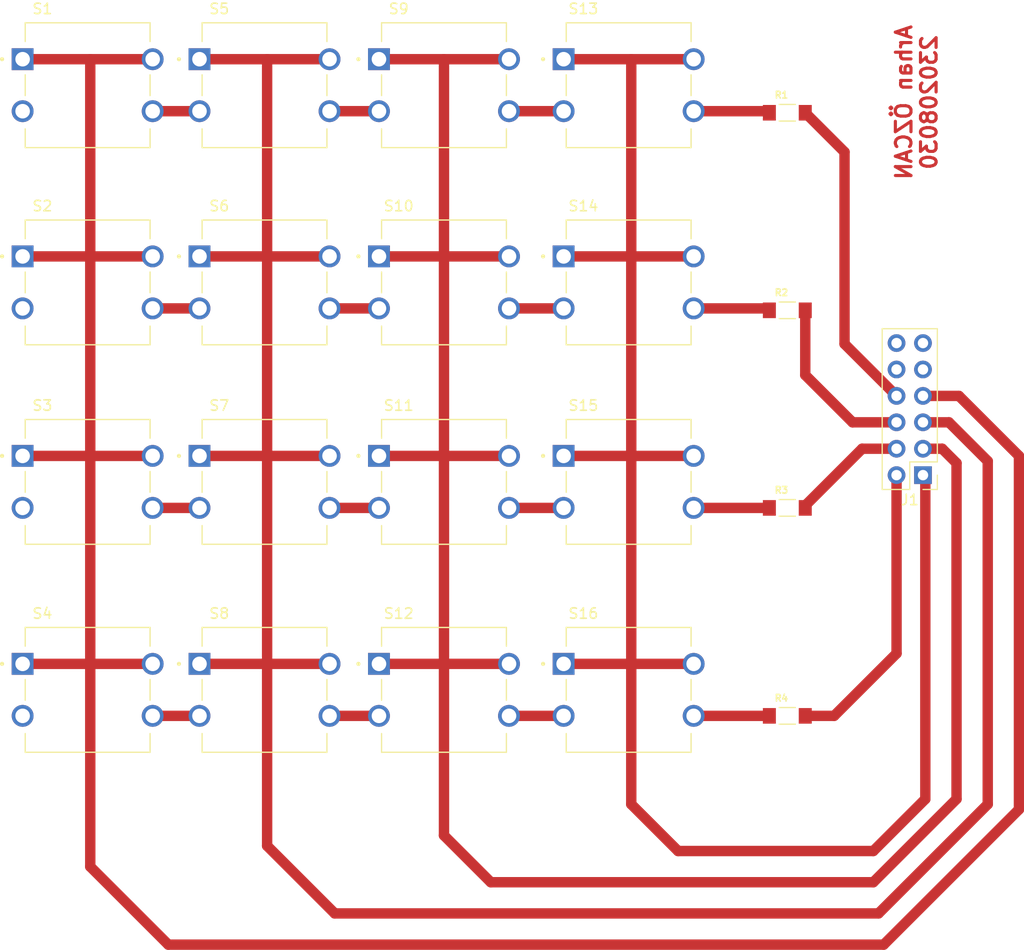
<source format=kicad_pcb>
(kicad_pcb (version 20241229) (generator "pcbnew") (generator_version "9.0")
  (layers (0 "F.Cu" signal) (2 "B.Cu" signal) (13 "F.Paste" user) (15 "B.Paste" user) (5 "F.SilkS" user "F.Silkscreen") (7 "B.SilkS" user "B.Silkscreen") (1 "F.Mask" user) (3 "B.Mask" user) (25 "Edge.Cuts" user))
  (net 0 "")
  (net 1 "Net-(J1-Pin_6)")
  (net 2 "Net-(J1-Pin_5)")
  (net 3 "Net-(J1-Pin_7)")
  (net 4 "Net-(J1-Pin_8)")
  (net 5 "Net-(R1-Pad1)")
  (net 6 "Net-(R2-Pad1)")
  (net 7 "Net-(R3-Pad1)")
  (net 8 "Net-(R4-Pad1)")
  (net 10 "Net-(J1-Pin_4)")
  (net 14 "Net-(J1-Pin_3)")
  (net 15 "Net-(J1-Pin_1)")
  (net 16 "Net-(J1-Pin_2)")
  (footprint "TL1100F160Q-kicad_modv6:TL1100F160Q" (layer "F.Cu") (at 69.5 65)
    (property "Reference" "S11" (at -4.35 -7.345 0) (layer "F.SilkS"))
    (property "Value" "TL3301AF160QG")
    (fp_line (start -6 -6) (end -6 -4.2) (stroke (width 0.127)) (layer "F.SilkS"))
    (fp_line (start -6 -6) (end 6 -6) (stroke (width 0.127)) (layer "F.SilkS"))
    (fp_line (start -6 1) (end -6 -1) (stroke (width 0.127)) (layer "F.SilkS"))
    (fp_line (start -6 6) (end -6 4.2) (stroke (width 0.127)) (layer "F.SilkS"))
    (fp_line (start 6 -6) (end 6 -4.2) (stroke (width 0.127)) (layer "F.SilkS"))
    (fp_line (start 6 1) (end 6 -1) (stroke (width 0.127)) (layer "F.SilkS"))
    (fp_line (start 6 4.2) (end 6 6) (stroke (width 0.127)) (layer "F.SilkS"))
    (fp_line (start 6 6) (end -6 6) (stroke (width 0.127)) (layer "F.SilkS"))
    (fp_circle (center -8.225 -2.5) (end -8.125 -2.5) (stroke (width 0.2)) (fill no) (layer "F.SilkS"))
    (pad "1" thru_hole rect (at -6.25 -2.5) (size 2.1 2.1) (drill 1.4) (layers "*.Cu" "*.Mask") (net 14 "Net-(J1-Pin_3)"))
    (pad "2" thru_hole circle (at 6.25 -2.5) (size 2.1 2.1) (drill 1.4) (layers "*.Cu" "*.Mask") (net 14 "Net-(J1-Pin_3)"))
    (pad "3" thru_hole circle (at -6.25 2.5) (size 2.1 2.1) (drill 1.4) (layers "*.Cu" "*.Mask") (net 7 "Net-(R3-Pad1)"))
    (pad "4" thru_hole circle (at 6.25 2.5) (size 2.1 2.1) (drill 1.4) (layers "*.Cu" "*.Mask") (net 7 "Net-(R3-Pad1)"))
  )
  (footprint "TL1100F160Q-kicad_modv6:TL1100F160Q" (layer "F.Cu") (at 87.25 45.815)
    (property "Reference" "S14" (at -4.35 -7.345 0) (layer "F.SilkS"))
    (property "Value" "TL3301AF160QG")
    (fp_line (start -6 -6) (end -6 -4.2) (stroke (width 0.127)) (layer "F.SilkS"))
    (fp_line (start -6 -6) (end 6 -6) (stroke (width 0.127)) (layer "F.SilkS"))
    (fp_line (start -6 1) (end -6 -1) (stroke (width 0.127)) (layer "F.SilkS"))
    (fp_line (start -6 6) (end -6 4.2) (stroke (width 0.127)) (layer "F.SilkS"))
    (fp_line (start 6 -6) (end 6 -4.2) (stroke (width 0.127)) (layer "F.SilkS"))
    (fp_line (start 6 1) (end 6 -1) (stroke (width 0.127)) (layer "F.SilkS"))
    (fp_line (start 6 4.2) (end 6 6) (stroke (width 0.127)) (layer "F.SilkS"))
    (fp_line (start 6 6) (end -6 6) (stroke (width 0.127)) (layer "F.SilkS"))
    (fp_circle (center -8.225 -2.5) (end -8.125 -2.5) (stroke (width 0.2)) (fill no) (layer "F.SilkS"))
    (pad "1" thru_hole rect (at -6.25 -2.5) (size 2.1 2.1) (drill 1.4) (layers "*.Cu" "*.Mask") (net 15 "Net-(J1-Pin_1)"))
    (pad "2" thru_hole circle (at 6.25 -2.5) (size 2.1 2.1) (drill 1.4) (layers "*.Cu" "*.Mask") (net 15 "Net-(J1-Pin_1)"))
    (pad "3" thru_hole circle (at -6.25 2.5) (size 2.1 2.1) (drill 1.4) (layers "*.Cu" "*.Mask") (net 6 "Net-(R2-Pad1)"))
    (pad "4" thru_hole circle (at 6.25 2.5) (size 2.1 2.1) (drill 1.4) (layers "*.Cu" "*.Mask") (net 6 "Net-(R2-Pad1)"))
  )
  (footprint "TL1100F160Q-kicad_modv6:TL1100F160Q" (layer "F.Cu") (at 52.25 85)
    (property "Reference" "S8" (at -4.35 -7.345 0) (layer "F.SilkS"))
    (property "Value" "TL3301AF160QG")
    (fp_line (start -6 -6) (end -6 -4.2) (stroke (width 0.127)) (layer "F.SilkS"))
    (fp_line (start -6 -6) (end 6 -6) (stroke (width 0.127)) (layer "F.SilkS"))
    (fp_line (start -6 1) (end -6 -1) (stroke (width 0.127)) (layer "F.SilkS"))
    (fp_line (start -6 6) (end -6 4.2) (stroke (width 0.127)) (layer "F.SilkS"))
    (fp_line (start 6 -6) (end 6 -4.2) (stroke (width 0.127)) (layer "F.SilkS"))
    (fp_line (start 6 1) (end 6 -1) (stroke (width 0.127)) (layer "F.SilkS"))
    (fp_line (start 6 4.2) (end 6 6) (stroke (width 0.127)) (layer "F.SilkS"))
    (fp_line (start 6 6) (end -6 6) (stroke (width 0.127)) (layer "F.SilkS"))
    (fp_circle (center -8.225 -2.5) (end -8.125 -2.5) (stroke (width 0.2)) (fill no) (layer "F.SilkS"))
    (pad "1" thru_hole rect (at -6.25 -2.5) (size 2.1 2.1) (drill 1.4) (layers "*.Cu" "*.Mask") (net 2 "Net-(J1-Pin_5)"))
    (pad "2" thru_hole circle (at 6.25 -2.5) (size 2.1 2.1) (drill 1.4) (layers "*.Cu" "*.Mask") (net 2 "Net-(J1-Pin_5)"))
    (pad "3" thru_hole circle (at -6.25 2.5) (size 2.1 2.1) (drill 1.4) (layers "*.Cu" "*.Mask") (net 8 "Net-(R4-Pad1)"))
    (pad "4" thru_hole circle (at 6.25 2.5) (size 2.1 2.1) (drill 1.4) (layers "*.Cu" "*.Mask") (net 8 "Net-(R4-Pad1)"))
  )
  (footprint "TL1100F160Q-kicad_modv6:TL1100F160Q" (layer "F.Cu") (at 35.25 26.85)
    (property "Reference" "S1" (at -4.35 -7.345 0) (layer "F.SilkS"))
    (property "Value" "TL3301AF160QG")
    (fp_line (start -6 -6) (end -6 -4.2) (stroke (width 0.127)) (layer "F.SilkS"))
    (fp_line (start -6 -6) (end 6 -6) (stroke (width 0.127)) (layer "F.SilkS"))
    (fp_line (start -6 1) (end -6 -1) (stroke (width 0.127)) (layer "F.SilkS"))
    (fp_line (start -6 6) (end -6 4.2) (stroke (width 0.127)) (layer "F.SilkS"))
    (fp_line (start 6 -6) (end 6 -4.2) (stroke (width 0.127)) (layer "F.SilkS"))
    (fp_line (start 6 1) (end 6 -1) (stroke (width 0.127)) (layer "F.SilkS"))
    (fp_line (start 6 4.2) (end 6 6) (stroke (width 0.127)) (layer "F.SilkS"))
    (fp_line (start 6 6) (end -6 6) (stroke (width 0.127)) (layer "F.SilkS"))
    (fp_circle (center -8.225 -2.5) (end -8.125 -2.5) (stroke (width 0.2)) (fill no) (layer "F.SilkS"))
    (pad "1" thru_hole rect (at -6.25 -2.5) (size 2.1 2.1) (drill 1.4) (layers "*.Cu" "*.Mask") (net 3 "Net-(J1-Pin_7)"))
    (pad "2" thru_hole circle (at 6.25 -2.5) (size 2.1 2.1) (drill 1.4) (layers "*.Cu" "*.Mask") (net 3 "Net-(J1-Pin_7)"))
    (pad "3" thru_hole circle (at -6.25 2.5) (size 2.1 2.1) (drill 1.4) (layers "*.Cu" "*.Mask") (net 5 "Net-(R1-Pad1)"))
    (pad "4" thru_hole circle (at 6.25 2.5) (size 2.1 2.1) (drill 1.4) (layers "*.Cu" "*.Mask") (net 5 "Net-(R1-Pad1)"))
  )
  (footprint "Connector_PinHeader_2.54mm:PinHeader_2x06_P2.54mm_Vertical" (layer "F.Cu") (at 115.54 64.35 180)
    (property "Reference" "J1" (at 1.27 -2.38 0) (layer "F.SilkS"))
    (property "Value" "Conn_02x06_Odd_Even" (hide yes))
    (fp_line (start 3.92 -1.38) (end 3.92 14.08) (stroke (width 0.12)) (layer "F.SilkS"))
    (fp_line (start 1.27 1.27) (end 1.27 -1.38) (stroke (width 0.12)) (layer "F.SilkS"))
    (fp_line (start 1.27 -1.38) (end 3.92 -1.38) (stroke (width 0.12)) (layer "F.SilkS"))
    (fp_line (start -1.38 14.08) (end 3.92 14.08) (stroke (width 0.12)) (layer "F.SilkS"))
    (fp_line (start -1.38 1.27) (end 1.27 1.27) (stroke (width 0.12)) (layer "F.SilkS"))
    (fp_line (start -1.38 1.27) (end -1.38 14.08) (stroke (width 0.12)) (layer "F.SilkS"))
    (fp_line (start -1.38 0) (end -1.38 -1.38) (stroke (width 0.12)) (layer "F.SilkS"))
    (fp_line (start -1.38 -1.38) (end 0 -1.38) (stroke (width 0.12)) (layer "F.SilkS"))
    (pad "1" thru_hole rect (at 0 0 180) (size 1.7 1.7) (drill 1) (layers "*.Cu" "*.Mask") (net 15 "Net-(J1-Pin_1)"))
    (pad "2" thru_hole circle (at 2.54 0 180) (size 1.7 1.7) (drill 1) (layers "*.Cu" "*.Mask") (net 16 "Net-(J1-Pin_2)"))
    (pad "3" thru_hole circle (at 0 2.54 180) (size 1.7 1.7) (drill 1) (layers "*.Cu" "*.Mask") (net 14 "Net-(J1-Pin_3)"))
    (pad "4" thru_hole circle (at 2.54 2.54 180) (size 1.7 1.7) (drill 1) (layers "*.Cu" "*.Mask") (net 10 "Net-(J1-Pin_4)"))
    (pad "5" thru_hole circle (at 0 5.08 180) (size 1.7 1.7) (drill 1) (layers "*.Cu" "*.Mask") (net 2 "Net-(J1-Pin_5)"))
    (pad "6" thru_hole circle (at 2.54 5.08 180) (size 1.7 1.7) (drill 1) (layers "*.Cu" "*.Mask") (net 1 "Net-(J1-Pin_6)"))
    (pad "7" thru_hole circle (at 0 7.62 180) (size 1.7 1.7) (drill 1) (layers "*.Cu" "*.Mask") (net 3 "Net-(J1-Pin_7)"))
    (pad "8" thru_hole circle (at 2.54 7.62 180) (size 1.7 1.7) (drill 1) (layers "*.Cu" "*.Mask") (net 4 "Net-(J1-Pin_8)"))
    (pad "9" thru_hole circle (at 0 10.16 180) (size 1.7 1.7) (drill 1) (layers "*.Cu" "*.Mask"))
    (pad "10" thru_hole circle (at 2.54 10.16 180) (size 1.7 1.7) (drill 1) (layers "*.Cu" "*.Mask"))
    (pad "11" thru_hole circle (at 0 12.7 180) (size 1.7 1.7) (drill 1) (layers "*.Cu" "*.Mask"))
    (pad "12" thru_hole circle (at 2.54 12.7 180) (size 1.7 1.7) (drill 1) (layers "*.Cu" "*.Mask"))
  )
  (footprint "TL1100F160Q-kicad_modv6:TL1100F160Q" (layer "F.Cu") (at 52.25 45.815)
    (property "Reference" "S6" (at -4.35 -7.345 0) (layer "F.SilkS"))
    (property "Value" "TL3301AF160QG")
    (fp_line (start -6 -6) (end -6 -4.2) (stroke (width 0.127)) (layer "F.SilkS"))
    (fp_line (start -6 -6) (end 6 -6) (stroke (width 0.127)) (layer "F.SilkS"))
    (fp_line (start -6 1) (end -6 -1) (stroke (width 0.127)) (layer "F.SilkS"))
    (fp_line (start -6 6) (end -6 4.2) (stroke (width 0.127)) (layer "F.SilkS"))
    (fp_line (start 6 -6) (end 6 -4.2) (stroke (width 0.127)) (layer "F.SilkS"))
    (fp_line (start 6 1) (end 6 -1) (stroke (width 0.127)) (layer "F.SilkS"))
    (fp_line (start 6 4.2) (end 6 6) (stroke (width 0.127)) (layer "F.SilkS"))
    (fp_line (start 6 6) (end -6 6) (stroke (width 0.127)) (layer "F.SilkS"))
    (fp_circle (center -8.225 -2.5) (end -8.125 -2.5) (stroke (width 0.2)) (fill no) (layer "F.SilkS"))
    (pad "1" thru_hole rect (at -6.25 -2.5) (size 2.1 2.1) (drill 1.4) (layers "*.Cu" "*.Mask") (net 2 "Net-(J1-Pin_5)"))
    (pad "2" thru_hole circle (at 6.25 -2.5) (size 2.1 2.1) (drill 1.4) (layers "*.Cu" "*.Mask") (net 2 "Net-(J1-Pin_5)"))
    (pad "3" thru_hole circle (at -6.25 2.5) (size 2.1 2.1) (drill 1.4) (layers "*.Cu" "*.Mask") (net 6 "Net-(R2-Pad1)"))
    (pad "4" thru_hole circle (at 6.25 2.5) (size 2.1 2.1) (drill 1.4) (layers "*.Cu" "*.Mask") (net 6 "Net-(R2-Pad1)"))
  )
  (footprint "TL1100F160Q-kicad_modv6:TL1100F160Q" (layer "F.Cu") (at 52.25 26.85)
    (property "Reference" "S5" (at -4.35 -7.345 0) (layer "F.SilkS"))
    (property "Value" "TL3301AF160QG")
    (fp_line (start -6 -6) (end -6 -4.2) (stroke (width 0.127)) (layer "F.SilkS"))
    (fp_line (start -6 -6) (end 6 -6) (stroke (width 0.127)) (layer "F.SilkS"))
    (fp_line (start -6 1) (end -6 -1) (stroke (width 0.127)) (layer "F.SilkS"))
    (fp_line (start -6 6) (end -6 4.2) (stroke (width 0.127)) (layer "F.SilkS"))
    (fp_line (start 6 -6) (end 6 -4.2) (stroke (width 0.127)) (layer "F.SilkS"))
    (fp_line (start 6 1) (end 6 -1) (stroke (width 0.127)) (layer "F.SilkS"))
    (fp_line (start 6 4.2) (end 6 6) (stroke (width 0.127)) (layer "F.SilkS"))
    (fp_line (start 6 6) (end -6 6) (stroke (width 0.127)) (layer "F.SilkS"))
    (fp_circle (center -8.225 -2.5) (end -8.125 -2.5) (stroke (width 0.2)) (fill no) (layer "F.SilkS"))
    (pad "1" thru_hole rect (at -6.25 -2.5) (size 2.1 2.1) (drill 1.4) (layers "*.Cu" "*.Mask") (net 2 "Net-(J1-Pin_5)"))
    (pad "2" thru_hole circle (at 6.25 -2.5) (size 2.1 2.1) (drill 1.4) (layers "*.Cu" "*.Mask") (net 2 "Net-(J1-Pin_5)"))
    (pad "3" thru_hole circle (at -6.25 2.5) (size 2.1 2.1) (drill 1.4) (layers "*.Cu" "*.Mask") (net 5 "Net-(R1-Pad1)"))
    (pad "4" thru_hole circle (at 6.25 2.5) (size 2.1 2.1) (drill 1.4) (layers "*.Cu" "*.Mask") (net 5 "Net-(R1-Pad1)"))
  )
  (footprint "ERA8ARW6042V-kicad_modv6:RES_ERA8ARW6042V" (layer "F.Cu") (at 102.5 87.5)
    (property "Reference" "R4" (at -0.568 -1.7064 0) (layer "F.SilkS") (effects (font (size 0.64 0.64))))
    (property "Value" "ERA8ARW6042V")
    (fp_line (start -0.78 -0.8) (end 0.78 -0.8) (stroke (width 0.127)) (layer "F.SilkS"))
    (fp_line (start -0.78 0.8) (end 0.78 0.8) (stroke (width 0.127)) (layer "F.SilkS"))
    (pad "1" smd rect (at -1.725 0) (size 1.25 1.5) (layers "F.Cu" "F.Mask" "F.Paste") (net 8 "Net-(R4-Pad1)"))
    (pad "2" smd rect (at 1.725 0) (size 1.25 1.5) (layers "F.Cu" "F.Mask" "F.Paste") (net 16 "Net-(J1-Pin_2)"))
  )
  (footprint "ERA8ARW6042V-kicad_modv6:RES_ERA8ARW6042V" (layer "F.Cu") (at 102.5 29.5)
    (property "Reference" "R1" (at -0.568 -1.7064 0) (layer "F.SilkS") (effects (font (size 0.64 0.64))))
    (property "Value" "ERA8ARW6042V")
    (fp_line (start -0.78 -0.8) (end 0.78 -0.8) (stroke (width 0.127)) (layer "F.SilkS"))
    (fp_line (start -0.78 0.8) (end 0.78 0.8) (stroke (width 0.127)) (layer "F.SilkS"))
    (pad "1" smd rect (at -1.725 0) (size 1.25 1.5) (layers "F.Cu" "F.Mask" "F.Paste") (net 5 "Net-(R1-Pad1)"))
    (pad "2" smd rect (at 1.725 0) (size 1.25 1.5) (layers "F.Cu" "F.Mask" "F.Paste") (net 4 "Net-(J1-Pin_8)"))
  )
  (footprint "TL1100F160Q-kicad_modv6:TL1100F160Q" (layer "F.Cu") (at 35.25 65)
    (property "Reference" "S3" (at -4.35 -7.345 0) (layer "F.SilkS"))
    (property "Value" "TL3301AF160QG")
    (fp_line (start -6 -6) (end -6 -4.2) (stroke (width 0.127)) (layer "F.SilkS"))
    (fp_line (start -6 -6) (end 6 -6) (stroke (width 0.127)) (layer "F.SilkS"))
    (fp_line (start -6 1) (end -6 -1) (stroke (width 0.127)) (layer "F.SilkS"))
    (fp_line (start -6 6) (end -6 4.2) (stroke (width 0.127)) (layer "F.SilkS"))
    (fp_line (start 6 -6) (end 6 -4.2) (stroke (width 0.127)) (layer "F.SilkS"))
    (fp_line (start 6 1) (end 6 -1) (stroke (width 0.127)) (layer "F.SilkS"))
    (fp_line (start 6 4.2) (end 6 6) (stroke (width 0.127)) (layer "F.SilkS"))
    (fp_line (start 6 6) (end -6 6) (stroke (width 0.127)) (layer "F.SilkS"))
    (fp_circle (center -8.225 -2.5) (end -8.125 -2.5) (stroke (width 0.2)) (fill no) (layer "F.SilkS"))
    (pad "1" thru_hole rect (at -6.25 -2.5) (size 2.1 2.1) (drill 1.4) (layers "*.Cu" "*.Mask") (net 3 "Net-(J1-Pin_7)"))
    (pad "2" thru_hole circle (at 6.25 -2.5) (size 2.1 2.1) (drill 1.4) (layers "*.Cu" "*.Mask") (net 3 "Net-(J1-Pin_7)"))
    (pad "3" thru_hole circle (at -6.25 2.5) (size 2.1 2.1) (drill 1.4) (layers "*.Cu" "*.Mask") (net 7 "Net-(R3-Pad1)"))
    (pad "4" thru_hole circle (at 6.25 2.5) (size 2.1 2.1) (drill 1.4) (layers "*.Cu" "*.Mask") (net 7 "Net-(R3-Pad1)"))
  )
  (footprint "TL1100F160Q-kicad_modv6:TL1100F160Q" (layer "F.Cu") (at 69.5 26.85)
    (property "Reference" "S9" (at -4.35 -7.345 0) (layer "F.SilkS"))
    (property "Value" "TL3301AF160QG")
    (fp_line (start -6 -6) (end -6 -4.2) (stroke (width 0.127)) (layer "F.SilkS"))
    (fp_line (start -6 -6) (end 6 -6) (stroke (width 0.127)) (layer "F.SilkS"))
    (fp_line (start -6 1) (end -6 -1) (stroke (width 0.127)) (layer "F.SilkS"))
    (fp_line (start -6 6) (end -6 4.2) (stroke (width 0.127)) (layer "F.SilkS"))
    (fp_line (start 6 -6) (end 6 -4.2) (stroke (width 0.127)) (layer "F.SilkS"))
    (fp_line (start 6 1) (end 6 -1) (stroke (width 0.127)) (layer "F.SilkS"))
    (fp_line (start 6 4.2) (end 6 6) (stroke (width 0.127)) (layer "F.SilkS"))
    (fp_line (start 6 6) (end -6 6) (stroke (width 0.127)) (layer "F.SilkS"))
    (fp_circle (center -8.225 -2.5) (end -8.125 -2.5) (stroke (width 0.2)) (fill no) (layer "F.SilkS"))
    (pad "1" thru_hole rect (at -6.25 -2.5) (size 2.1 2.1) (drill 1.4) (layers "*.Cu" "*.Mask") (net 14 "Net-(J1-Pin_3)"))
    (pad "2" thru_hole circle (at 6.25 -2.5) (size 2.1 2.1) (drill 1.4) (layers "*.Cu" "*.Mask") (net 14 "Net-(J1-Pin_3)"))
    (pad "3" thru_hole circle (at -6.25 2.5) (size 2.1 2.1) (drill 1.4) (layers "*.Cu" "*.Mask") (net 5 "Net-(R1-Pad1)"))
    (pad "4" thru_hole circle (at 6.25 2.5) (size 2.1 2.1) (drill 1.4) (layers "*.Cu" "*.Mask") (net 5 "Net-(R1-Pad1)"))
  )
  (footprint "TL1100F160Q-kicad_modv6:TL1100F160Q" (layer "F.Cu") (at 87.25 26.85)
    (property "Reference" "S13" (at -4.35 -7.345 0) (layer "F.SilkS"))
    (property "Value" "TL3301AF160QG")
    (fp_line (start -6 -6) (end -6 -4.2) (stroke (width 0.127)) (layer "F.SilkS"))
    (fp_line (start -6 -6) (end 6 -6) (stroke (width 0.127)) (layer "F.SilkS"))
    (fp_line (start -6 1) (end -6 -1) (stroke (width 0.127)) (layer "F.SilkS"))
    (fp_line (start -6 6) (end -6 4.2) (stroke (width 0.127)) (layer "F.SilkS"))
    (fp_line (start 6 -6) (end 6 -4.2) (stroke (width 0.127)) (layer "F.SilkS"))
    (fp_line (start 6 1) (end 6 -1) (stroke (width 0.127)) (layer "F.SilkS"))
    (fp_line (start 6 4.2) (end 6 6) (stroke (width 0.127)) (layer "F.SilkS"))
    (fp_line (start 6 6) (end -6 6) (stroke (width 0.127)) (layer "F.SilkS"))
    (fp_circle (center -8.225 -2.5) (end -8.125 -2.5) (stroke (width 0.2)) (fill no) (layer "F.SilkS"))
    (pad "1" thru_hole rect (at -6.25 -2.5) (size 2.1 2.1) (drill 1.4) (layers "*.Cu" "*.Mask") (net 15 "Net-(J1-Pin_1)"))
    (pad "2" thru_hole circle (at 6.25 -2.5) (size 2.1 2.1) (drill 1.4) (layers "*.Cu" "*.Mask") (net 15 "Net-(J1-Pin_1)"))
    (pad "3" thru_hole circle (at -6.25 2.5) (size 2.1 2.1) (drill 1.4) (layers "*.Cu" "*.Mask") (net 5 "Net-(R1-Pad1)"))
    (pad "4" thru_hole circle (at 6.25 2.5) (size 2.1 2.1) (drill 1.4) (layers "*.Cu" "*.Mask") (net 5 "Net-(R1-Pad1)"))
  )
  (footprint "TL1100F160Q-kicad_modv6:TL1100F160Q" (layer "F.Cu") (at 52.25 65)
    (property "Reference" "S7" (at -4.35 -7.345 0) (layer "F.SilkS"))
    (property "Value" "TL3301AF160QG")
    (fp_line (start -6 -6) (end -6 -4.2) (stroke (width 0.127)) (layer "F.SilkS"))
    (fp_line (start -6 -6) (end 6 -6) (stroke (width 0.127)) (layer "F.SilkS"))
    (fp_line (start -6 1) (end -6 -1) (stroke (width 0.127)) (layer "F.SilkS"))
    (fp_line (start -6 6) (end -6 4.2) (stroke (width 0.127)) (layer "F.SilkS"))
    (fp_line (start 6 -6) (end 6 -4.2) (stroke (width 0.127)) (layer "F.SilkS"))
    (fp_line (start 6 1) (end 6 -1) (stroke (width 0.127)) (layer "F.SilkS"))
    (fp_line (start 6 4.2) (end 6 6) (stroke (width 0.127)) (layer "F.SilkS"))
    (fp_line (start 6 6) (end -6 6) (stroke (width 0.127)) (layer "F.SilkS"))
    (fp_circle (center -8.225 -2.5) (end -8.125 -2.5) (stroke (width 0.2)) (fill no) (layer "F.SilkS"))
    (pad "1" thru_hole rect (at -6.25 -2.5) (size 2.1 2.1) (drill 1.4) (layers "*.Cu" "*.Mask") (net 2 "Net-(J1-Pin_5)"))
    (pad "2" thru_hole circle (at 6.25 -2.5) (size 2.1 2.1) (drill 1.4) (layers "*.Cu" "*.Mask") (net 2 "Net-(J1-Pin_5)"))
    (pad "3" thru_hole circle (at -6.25 2.5) (size 2.1 2.1) (drill 1.4) (layers "*.Cu" "*.Mask") (net 7 "Net-(R3-Pad1)"))
    (pad "4" thru_hole circle (at 6.25 2.5) (size 2.1 2.1) (drill 1.4) (layers "*.Cu" "*.Mask") (net 7 "Net-(R3-Pad1)"))
  )
  (footprint "TL1100F160Q-kicad_modv6:TL1100F160Q" (layer "F.Cu") (at 35.25 45.815)
    (property "Reference" "S2" (at -4.35 -7.345 0) (layer "F.SilkS"))
    (property "Value" "TL3301AF160QG")
    (fp_line (start -6 -6) (end -6 -4.2) (stroke (width 0.127)) (layer "F.SilkS"))
    (fp_line (start -6 -6) (end 6 -6) (stroke (width 0.127)) (layer "F.SilkS"))
    (fp_line (start -6 1) (end -6 -1) (stroke (width 0.127)) (layer "F.SilkS"))
    (fp_line (start -6 6) (end -6 4.2) (stroke (width 0.127)) (layer "F.SilkS"))
    (fp_line (start 6 -6) (end 6 -4.2) (stroke (width 0.127)) (layer "F.SilkS"))
    (fp_line (start 6 1) (end 6 -1) (stroke (width 0.127)) (layer "F.SilkS"))
    (fp_line (start 6 4.2) (end 6 6) (stroke (width 0.127)) (layer "F.SilkS"))
    (fp_line (start 6 6) (end -6 6) (stroke (width 0.127)) (layer "F.SilkS"))
    (fp_circle (center -8.225 -2.5) (end -8.125 -2.5) (stroke (width 0.2)) (fill no) (layer "F.SilkS"))
    (pad "1" thru_hole rect (at -6.25 -2.5) (size 2.1 2.1) (drill 1.4) (layers "*.Cu" "*.Mask") (net 3 "Net-(J1-Pin_7)"))
    (pad "2" thru_hole circle (at 6.25 -2.5) (size 2.1 2.1) (drill 1.4) (layers "*.Cu" "*.Mask") (net 3 "Net-(J1-Pin_7)"))
    (pad "3" thru_hole circle (at -6.25 2.5) (size 2.1 2.1) (drill 1.4) (layers "*.Cu" "*.Mask") (net 6 "Net-(R2-Pad1)"))
    (pad "4" thru_hole circle (at 6.25 2.5) (size 2.1 2.1) (drill 1.4) (layers "*.Cu" "*.Mask") (net 6 "Net-(R2-Pad1)"))
  )
  (footprint "TL1100F160Q-kicad_modv6:TL1100F160Q" (layer "F.Cu") (at 87.25 85)
    (property "Reference" "S16" (at -4.35 -7.345 0) (layer "F.SilkS"))
    (property "Value" "TL3301AF160QG")
    (fp_line (start -6 -6) (end -6 -4.2) (stroke (width 0.127)) (layer "F.SilkS"))
    (fp_line (start -6 -6) (end 6 -6) (stroke (width 0.127)) (layer "F.SilkS"))
    (fp_line (start -6 1) (end -6 -1) (stroke (width 0.127)) (layer "F.SilkS"))
    (fp_line (start -6 6) (end -6 4.2) (stroke (width 0.127)) (layer "F.SilkS"))
    (fp_line (start 6 -6) (end 6 -4.2) (stroke (width 0.127)) (layer "F.SilkS"))
    (fp_line (start 6 1) (end 6 -1) (stroke (width 0.127)) (layer "F.SilkS"))
    (fp_line (start 6 4.2) (end 6 6) (stroke (width 0.127)) (layer "F.SilkS"))
    (fp_line (start 6 6) (end -6 6) (stroke (width 0.127)) (layer "F.SilkS"))
    (fp_circle (center -8.225 -2.5) (end -8.125 -2.5) (stroke (width 0.2)) (fill no) (layer "F.SilkS"))
    (pad "1" thru_hole rect (at -6.25 -2.5) (size 2.1 2.1) (drill 1.4) (layers "*.Cu" "*.Mask") (net 15 "Net-(J1-Pin_1)"))
    (pad "2" thru_hole circle (at 6.25 -2.5) (size 2.1 2.1) (drill 1.4) (layers "*.Cu" "*.Mask") (net 15 "Net-(J1-Pin_1)"))
    (pad "3" thru_hole circle (at -6.25 2.5) (size 2.1 2.1) (drill 1.4) (layers "*.Cu" "*.Mask") (net 8 "Net-(R4-Pad1)"))
    (pad "4" thru_hole circle (at 6.25 2.5) (size 2.1 2.1) (drill 1.4) (layers "*.Cu" "*.Mask") (net 8 "Net-(R4-Pad1)"))
  )
  (footprint "ERA8ARW6042V-kicad_modv6:RES_ERA8ARW6042V" (layer "F.Cu") (at 102.5 67.5)
    (property "Reference" "R3" (at -0.568 -1.7064 0) (layer "F.SilkS") (effects (font (size 0.64 0.64))))
    (property "Value" "ERA8ARW6042V" (hide yes))
    (fp_line (start -0.78 -0.8) (end 0.78 -0.8) (stroke (width 0.127)) (layer "F.SilkS"))
    (fp_line (start -0.78 0.8) (end 0.78 0.8) (stroke (width 0.127)) (layer "F.SilkS"))
    (pad "1" smd rect (at -1.725 0) (size 1.25 1.5) (layers "F.Cu" "F.Mask" "F.Paste") (net 7 "Net-(R3-Pad1)"))
    (pad "2" smd rect (at 1.725 0) (size 1.25 1.5) (layers "F.Cu" "F.Mask" "F.Paste") (net 10 "Net-(J1-Pin_4)"))
  )
  (footprint "TL1100F160Q-kicad_modv6:TL1100F160Q" (layer "F.Cu") (at 35.25 85)
    (property "Reference" "S4" (at -4.35 -7.345 0) (layer "F.SilkS"))
    (property "Value" "TL3301AF160QG")
    (fp_line (start -6 -6) (end -6 -4.2) (stroke (width 0.127)) (layer "F.SilkS"))
    (fp_line (start -6 -6) (end 6 -6) (stroke (width 0.127)) (layer "F.SilkS"))
    (fp_line (start -6 1) (end -6 -1) (stroke (width 0.127)) (layer "F.SilkS"))
    (fp_line (start -6 6) (end -6 4.2) (stroke (width 0.127)) (layer "F.SilkS"))
    (fp_line (start 6 -6) (end 6 -4.2) (stroke (width 0.127)) (layer "F.SilkS"))
    (fp_line (start 6 1) (end 6 -1) (stroke (width 0.127)) (layer "F.SilkS"))
    (fp_line (start 6 4.2) (end 6 6) (stroke (width 0.127)) (layer "F.SilkS"))
    (fp_line (start 6 6) (end -6 6) (stroke (width 0.127)) (layer "F.SilkS"))
    (fp_circle (center -8.225 -2.5) (end -8.125 -2.5) (stroke (width 0.2)) (fill no) (layer "F.SilkS"))
    (pad "1" thru_hole rect (at -6.25 -2.5) (size 2.1 2.1) (drill 1.4) (layers "*.Cu" "*.Mask") (net 3 "Net-(J1-Pin_7)"))
    (pad "2" thru_hole circle (at 6.25 -2.5) (size 2.1 2.1) (drill 1.4) (layers "*.Cu" "*.Mask") (net 3 "Net-(J1-Pin_7)"))
    (pad "3" thru_hole circle (at -6.25 2.5) (size 2.1 2.1) (drill 1.4) (layers "*.Cu" "*.Mask") (net 8 "Net-(R4-Pad1)"))
    (pad "4" thru_hole circle (at 6.25 2.5) (size 2.1 2.1) (drill 1.4) (layers "*.Cu" "*.Mask") (net 8 "Net-(R4-Pad1)"))
  )
  (footprint "TL1100F160Q-kicad_modv6:TL1100F160Q" (layer "F.Cu") (at 69.5 85)
    (property "Reference" "S12" (at -4.35 -7.345 0) (layer "F.SilkS"))
    (property "Value" "TL3301AF160QG")
    (fp_line (start -6 -6) (end -6 -4.2) (stroke (width 0.127)) (layer "F.SilkS"))
    (fp_line (start -6 -6) (end 6 -6) (stroke (width 0.127)) (layer "F.SilkS"))
    (fp_line (start -6 1) (end -6 -1) (stroke (width 0.127)) (layer "F.SilkS"))
    (fp_line (start -6 6) (end -6 4.2) (stroke (width 0.127)) (layer "F.SilkS"))
    (fp_line (start 6 -6) (end 6 -4.2) (stroke (width 0.127)) (layer "F.SilkS"))
    (fp_line (start 6 1) (end 6 -1) (stroke (width 0.127)) (layer "F.SilkS"))
    (fp_line (start 6 4.2) (end 6 6) (stroke (width 0.127)) (layer "F.SilkS"))
    (fp_line (start 6 6) (end -6 6) (stroke (width 0.127)) (layer "F.SilkS"))
    (fp_circle (center -8.225 -2.5) (end -8.125 -2.5) (stroke (width 0.2)) (fill no) (layer "F.SilkS"))
    (pad "1" thru_hole rect (at -6.25 -2.5) (size 2.1 2.1) (drill 1.4) (layers "*.Cu" "*.Mask") (net 14 "Net-(J1-Pin_3)"))
    (pad "2" thru_hole circle (at 6.25 -2.5) (size 2.1 2.1) (drill 1.4) (layers "*.Cu" "*.Mask") (net 14 "Net-(J1-Pin_3)"))
    (pad "3" thru_hole circle (at -6.25 2.5) (size 2.1 2.1) (drill 1.4) (layers "*.Cu" "*.Mask") (net 8 "Net-(R4-Pad1)"))
    (pad "4" thru_hole circle (at 6.25 2.5) (size 2.1 2.1) (drill 1.4) (layers "*.Cu" "*.Mask") (net 8 "Net-(R4-Pad1)"))
  )
  (footprint "TL1100F160Q-kicad_modv6:TL1100F160Q" (layer "F.Cu") (at 87.25 65)
    (property "Reference" "S15" (at -4.35 -7.345 0) (layer "F.SilkS"))
    (property "Value" "TL3301AF160QG")
    (fp_line (start -6 -6) (end -6 -4.2) (stroke (width 0.127)) (layer "F.SilkS"))
    (fp_line (start -6 -6) (end 6 -6) (stroke (width 0.127)) (layer "F.SilkS"))
    (fp_line (start -6 1) (end -6 -1) (stroke (width 0.127)) (layer "F.SilkS"))
    (fp_line (start -6 6) (end -6 4.2) (stroke (width 0.127)) (layer "F.SilkS"))
    (fp_line (start 6 -6) (end 6 -4.2) (stroke (width 0.127)) (layer "F.SilkS"))
    (fp_line (start 6 1) (end 6 -1) (stroke (width 0.127)) (layer "F.SilkS"))
    (fp_line (start 6 4.2) (end 6 6) (stroke (width 0.127)) (layer "F.SilkS"))
    (fp_line (start 6 6) (end -6 6) (stroke (width 0.127)) (layer "F.SilkS"))
    (fp_circle (center -8.225 -2.5) (end -8.125 -2.5) (stroke (width 0.2)) (fill no) (layer "F.SilkS"))
    (pad "1" thru_hole rect (at -6.25 -2.5) (size 2.1 2.1) (drill 1.4) (layers "*.Cu" "*.Mask") (net 15 "Net-(J1-Pin_1)"))
    (pad "2" thru_hole circle (at 6.25 -2.5) (size 2.1 2.1) (drill 1.4) (layers "*.Cu" "*.Mask") (net 15 "Net-(J1-Pin_1)"))
    (pad "3" thru_hole circle (at -6.25 2.5) (size 2.1 2.1) (drill 1.4) (layers "*.Cu" "*.Mask") (net 7 "Net-(R3-Pad1)"))
    (pad "4" thru_hole circle (at 6.25 2.5) (size 2.1 2.1) (drill 1.4) (layers "*.Cu" "*.Mask") (net 7 "Net-(R3-Pad1)"))
  )
  (footprint "TL1100F160Q-kicad_modv6:TL1100F160Q" (layer "F.Cu") (at 69.5 45.815)
    (property "Reference" "S10" (at -4.35 -7.345 0) (layer "F.SilkS"))
    (property "Value" "TL3301AF160QG")
    (fp_line (start -6 -6) (end -6 -4.2) (stroke (width 0.127)) (layer "F.SilkS"))
    (fp_line (start -6 -6) (end 6 -6) (stroke (width 0.127)) (layer "F.SilkS"))
    (fp_line (start -6 1) (end -6 -1) (stroke (width 0.127)) (layer "F.SilkS"))
    (fp_line (start -6 6) (end -6 4.2) (stroke (width 0.127)) (layer "F.SilkS"))
    (fp_line (start 6 -6) (end 6 -4.2) (stroke (width 0.127)) (layer "F.SilkS"))
    (fp_line (start 6 1) (end 6 -1) (stroke (width 0.127)) (layer "F.SilkS"))
    (fp_line (start 6 4.2) (end 6 6) (stroke (width 0.127)) (layer "F.SilkS"))
    (fp_line (start 6 6) (end -6 6) (stroke (width 0.127)) (layer "F.SilkS"))
    (fp_circle (center -8.225 -2.5) (end -8.125 -2.5) (stroke (width 0.2)) (fill no) (layer "F.SilkS"))
    (pad "1" thru_hole rect (at -6.25 -2.5) (size 2.1 2.1) (drill 1.4) (layers "*.Cu" "*.Mask") (net 14 "Net-(J1-Pin_3)"))
    (pad "2" thru_hole circle (at 6.25 -2.5) (size 2.1 2.1) (drill 1.4) (layers "*.Cu" "*.Mask") (net 14 "Net-(J1-Pin_3)"))
    (pad "3" thru_hole circle (at -6.25 2.5) (size 2.1 2.1) (drill 1.4) (layers "*.Cu" "*.Mask") (net 6 "Net-(R2-Pad1)"))
    (pad "4" thru_hole circle (at 6.25 2.5) (size 2.1 2.1) (drill 1.4) (layers "*.Cu" "*.Mask") (net 6 "Net-(R2-Pad1)"))
  )
  (footprint "ERA8ARW6042V-kicad_modv6:RES_ERA8ARW6042V" (layer "F.Cu") (at 102.5 48.5)
    (property "Reference" "R2" (at -0.568 -1.7064 0) (layer "F.SilkS") (effects (font (size 0.64 0.64))))
    (property "Value" "ERA8ARW6042V" (hide yes))
    (fp_line (start -0.78 -0.8) (end 0.78 -0.8) (stroke (width 0.127)) (layer "F.SilkS"))
    (fp_line (start -0.78 0.8) (end 0.78 0.8) (stroke (width 0.127)) (layer "F.SilkS"))
    (pad "1" smd rect (at -1.725 0) (size 1.25 1.5) (layers "F.Cu" "F.Mask" "F.Paste") (net 6 "Net-(R2-Pad1)"))
    (pad "2" smd rect (at 1.725 0) (size 1.25 1.5) (layers "F.Cu" "F.Mask" "F.Paste") (net 1 "Net-(J1-Pin_6)"))
  )
  (gr_text "Arhan ÖZCAN\n230208030" (at 117 28.5 90) (layer "F.Cu") (effects (font (size 1.5 1.5) (thickness 0.3) (bold yes)) (justify bottom mirror)))
  (segment (start 104.225 54.725) (end 108.77 59.27) (width 1) (layer "F.Cu") (net 1))
  (segment (start 108.77 59.27) (end 113 59.27) (width 1) (layer "F.Cu") (net 1))
  (segment (start 104.225 48.5) (end 104.225 54.725) (width 1) (layer "F.Cu") (net 1))
  (segment (start 46 43.315) (end 58.5 43.315) (width 1) (layer "F.Cu") (net 2))
  (segment (start 121.765 96) (end 121.765 63) (width 1) (layer "F.Cu") (net 2))
  (segment (start 46 62.5) (end 58.5 62.5) (width 1) (layer "F.Cu") (net 2))
  (segment (start 52.5 100) (end 59 106.5) (width 1) (layer "F.Cu") (net 2))
  (segment (start 46 82.5) (end 58.5 82.5) (width 1) (layer "F.Cu") (net 2))
  (segment (start 52.5 24.35) (end 52.5 100) (width 1) (layer "F.Cu") (net 2))
  (segment (start 59 106.5) (end 111.265 106.5) (width 1) (layer "F.Cu") (net 2))
  (segment (start 111.265 106.5) (end 121.765 96) (width 1) (layer "F.Cu") (net 2))
  (segment (start 121.765 63) (end 118.035 59.27) (width 1) (layer "F.Cu") (net 2))
  (segment (start 52.5 24.35) (end 58.5 24.35) (width 1) (layer "F.Cu") (net 2))
  (segment (start 46 24.35) (end 52.5 24.35) (width 1) (layer "F.Cu") (net 2))
  (segment (start 118.035 59.27) (end 115.54 59.27) (width 1) (layer "F.Cu") (net 2))
  (segment (start 35.5 24.35) (end 35.5 102) (width 1) (layer "F.Cu") (net 3))
  (segment (start 118.995 56.73) (end 115.54 56.73) (width 1) (layer "F.Cu") (net 3))
  (segment (start 43 109.5) (end 111.765 109.5) (width 1) (layer "F.Cu") (net 3))
  (segment (start 29 24.35) (end 35.5 24.35) (width 1) (layer "F.Cu") (net 3))
  (segment (start 124.765 96.5) (end 124.765 62.5) (width 1) (layer "F.Cu") (net 3))
  (segment (start 124.765 62.5) (end 118.995 56.73) (width 1) (layer "F.Cu") (net 3))
  (segment (start 35.5 24.35) (end 41.5 24.35) (width 1) (layer "F.Cu") (net 3))
  (segment (start 29 82.5) (end 41.5 82.5) (width 1) (layer "F.Cu") (net 3))
  (segment (start 111.765 109.5) (end 124.765 96.5) (width 1) (layer "F.Cu") (net 3))
  (segment (start 35.5 102) (end 43 109.5) (width 1) (layer "F.Cu") (net 3))
  (segment (start 29 62.5) (end 41.5 62.5) (width 1) (layer "F.Cu") (net 3))
  (segment (start 29 43.315) (end 41.5 43.315) (width 1) (layer "F.Cu") (net 3))
  (segment (start 108 33.275) (end 108 51.73) (width 1) (layer "F.Cu") (net 4))
  (segment (start 108 51.73) (end 113 56.73) (width 1) (layer "F.Cu") (net 4))
  (segment (start 104.225 29.5) (end 108 33.275) (width 1) (layer "F.Cu") (net 4))
  (segment (start 58.5 29.35) (end 63.25 29.35) (width 1) (layer "F.Cu") (net 5))
  (segment (start 41.5 29.35) (end 46 29.35) (width 1) (layer "F.Cu") (net 5))
  (segment (start 100.625 29.35) (end 100.775 29.5) (width 1) (layer "F.Cu") (net 5))
  (segment (start 75.75 29.35) (end 81 29.35) (width 1) (layer "F.Cu") (net 5))
  (segment (start 93.5 29.35) (end 100.625 29.35) (width 1) (layer "F.Cu") (net 5))
  (segment (start 75.75 48.315) (end 81 48.315) (width 1) (layer "F.Cu") (net 6))
  (segment (start 93.5 48.315) (end 100.59 48.315) (width 1) (layer "F.Cu") (net 6))
  (segment (start 58.5 48.315) (end 63.25 48.315) (width 1) (layer "F.Cu") (net 6))
  (segment (start 41.5 48.315) (end 46 48.315) (width 1) (layer "F.Cu") (net 6))
  (segment (start 100.59 48.315) (end 100.775 48.5) (width 1) (layer "F.Cu") (net 6))
  (segment (start 75.75 67.5) (end 81 67.5) (width 1) (layer "F.Cu") (net 7))
  (segment (start 41.5 67.5) (end 46 67.5) (width 1) (layer "F.Cu") (net 7))
  (segment (start 93.5 67.5) (end 100.775 67.5) (width 1) (layer "F.Cu") (net 7))
  (segment (start 58.5 67.5) (end 63.25 67.5) (width 1) (layer "F.Cu") (net 7))
  (segment (start 41.5 87.5) (end 46 87.5) (width 1) (layer "F.Cu") (net 8))
  (segment (start 93.5 87.5) (end 100.775 87.5) (width 1) (layer "F.Cu") (net 8))
  (segment (start 58.5 87.5) (end 63.25 87.5) (width 1) (layer "F.Cu") (net 8))
  (segment (start 75.75 87.5) (end 81 87.5) (width 1) (layer "F.Cu") (net 8))
  (segment (start 104.225 67.5) (end 104.225 67.275) (width 1) (layer "F.Cu") (net 10))
  (segment (start 109.69 61.81) (end 113 61.81) (width 1) (layer "F.Cu") (net 10))
  (segment (start 104.225 67.275) (end 109.69 61.81) (width 1) (layer "F.Cu") (net 10))
  (segment (start 74 103.5) (end 110.765 103.5) (width 1) (layer "F.Cu") (net 14))
  (segment (start 69.5 24.35) (end 69.5 99) (width 1) (layer "F.Cu") (net 14))
  (segment (start 63.25 62.5) (end 75.75 62.5) (width 1) (layer "F.Cu") (net 14))
  (segment (start 63.25 82.5) (end 75.75 82.5) (width 1) (layer "F.Cu") (net 14))
  (segment (start 118.765 95.5) (end 118.765 63.19) (width 1) (layer "F.Cu") (net 14))
  (segment (start 69.5 24.35) (end 75.75 24.35) (width 1) (layer "F.Cu") (net 14))
  (segment (start 118.765 63.19) (end 117.385 61.81) (width 1) (layer "F.Cu") (net 14))
  (segment (start 69.5 99) (end 74 103.5) (width 1) (layer "F.Cu") (net 14))
  (segment (start 117.385 61.81) (end 115.54 61.81) (width 1) (layer "F.Cu") (net 14))
  (segment (start 63.25 24.35) (end 69.5 24.35) (width 1) (layer "F.Cu") (net 14))
  (segment (start 110.765 103.5) (end 118.765 95.5) (width 1) (layer "F.Cu") (net 14))
  (segment (start 63.25 43.315) (end 75.75 43.315) (width 1) (layer "F.Cu") (net 14))
  (segment (start 81 24.35) (end 87.5 24.35) (width 1) (layer "F.Cu") (net 15))
  (segment (start 92 100.5) (end 110.765 100.5) (width 1) (layer "F.Cu") (net 15))
  (segment (start 81 62.5) (end 93.5 62.5) (width 1) (layer "F.Cu") (net 15))
  (segment (start 115.765 64.575) (end 115.54 64.35) (width 1) (layer "F.Cu") (net 15))
  (segment (start 81 43.315) (end 93.5 43.315) (width 1) (layer "F.Cu") (net 15))
  (segment (start 87.5 96) (end 92 100.5) (width 1) (layer "F.Cu") (net 15))
  (segment (start 81 82.5) (end 93.5 82.5) (width 1) (layer "F.Cu") (net 15))
  (segment (start 87.5 24.35) (end 93.5 24.35) (width 1) (layer "F.Cu") (net 15))
  (segment (start 115.765 95.5) (end 115.765 64.575) (width 1) (layer "F.Cu") (net 15))
  (segment (start 87.5 24.35) (end 87.5 96) (width 1) (layer "F.Cu") (net 15))
  (segment (start 110.765 100.5) (end 115.765 95.5) (width 1) (layer "F.Cu") (net 15))
  (segment (start 113 81.5) (end 113 64.35) (width 1) (layer "F.Cu") (net 16))
  (segment (start 104.225 87.5) (end 107 87.5) (width 1) (layer "F.Cu") (net 16))
  (segment (start 107 87.5) (end 113 81.5) (width 1) (layer "F.Cu") (net 16))
)
</source>
